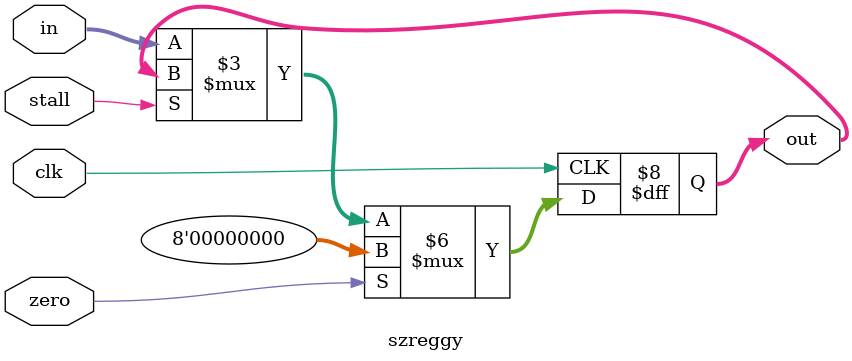
<source format=v>

/*
 * NAME
 *
 * szreggy - register of data that can be stalled and zeroed out
 *
 * DESCRIPTION
 *
 * Works the same as the 'reggy' module except that the
 * data can be zeroed and/or stalled.
 *
 */

`ifndef _szreggy
`define _szreggy

module szreggy  #(
  parameter N = 8)
  (
	input clk,
	input zero,
	input stall,
	input wire [N-1:0] in,
	output reg [N-1:0] out);

	always @(posedge clk) begin
		if (zero)
			out <= {N{1'b0}};
		else if (stall)
			out <= out;
		else
			out <= in;
	end
endmodule

`endif

</source>
